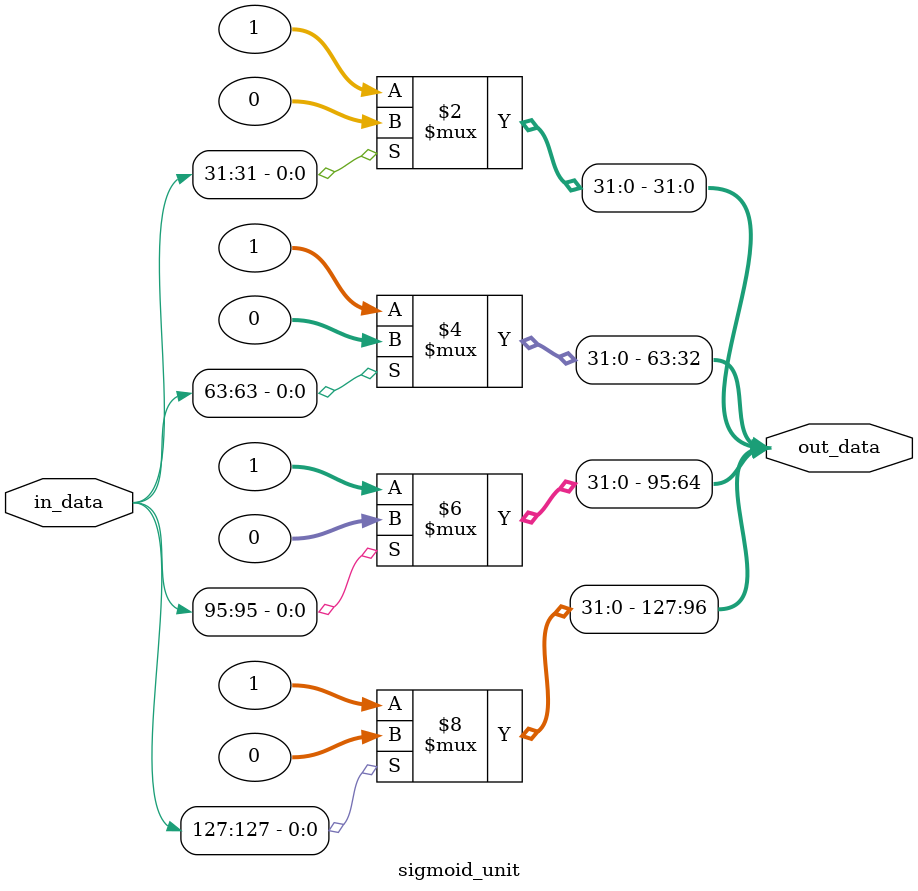
<source format=v>
module sigmoid_unit(
    input  [127:0] in_data,
    output [127:0] out_data
);
    assign out_data[31:0]    = (in_data[31]  == 1'b1) ? 32'd0 : 32'd1;
    assign out_data[63:32]   = (in_data[63]  == 1'b1) ? 32'd0 : 32'd1;
    assign out_data[95:64]   = (in_data[95]  == 1'b1) ? 32'd0 : 32'd1;
    assign out_data[127:96]  = (in_data[127] == 1'b1) ? 32'd0 : 32'd1;
endmodule


</source>
